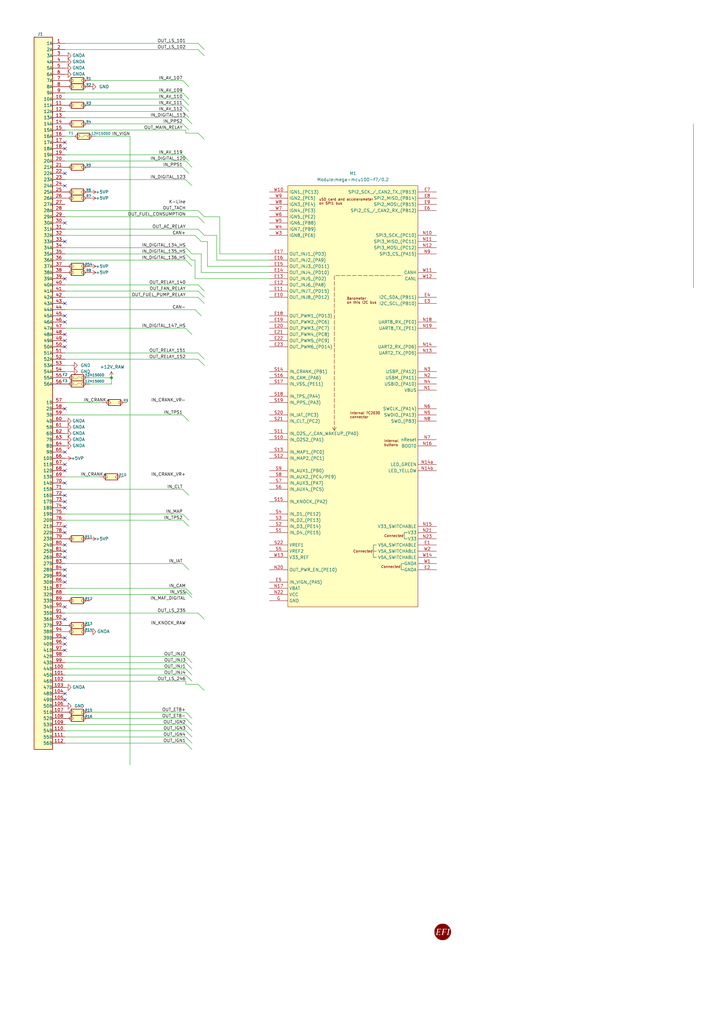
<source format=kicad_sch>
(kicad_sch (version 20231120) (generator "eeschema") (generator_version "8.0")
  (paper "A3" portrait)
  (title_block (title "hellen-112-17") (date "2023-10-01") (rev "B") (company "rusEFI.com") (comment 1 "https://rusefi.com/s/h112-17"))
  (lib_symbols
    (symbol "hellen-one-common:+12V_RAW" (power) (pin_names (offset 0))
      (property "Value" "+12V_RAW" (at 0 3.556 0))
      (symbol "+12V_RAW_0_1"
        (polyline (pts (xy -0.762 1.27) (xy 0 2.54)))
        (polyline (pts (xy 0 0) (xy 0 2.54)))
        (polyline (pts (xy 0 2.54) (xy 0.762 1.27)))
      )
      (symbol "+12V_RAW_1_1"
        (pin power_in line (at 0 0 90) (length 0) hide (name "+12V_RAW") (number "1"))
      )
    )
    (symbol "hellen-one-common:Fuse-Pad-Pad" (pin_numbers hide) (pin_names (offset 0.762) hide)
      (property "Reference" "F" (at 0 2.54 0))
      (symbol "Fuse-Pad-Pad_0_1"
        (circle (center -2.54 0) (radius 0.762))
        (arc (start -1.27 0) (mid -0.635 -0.4563) (end 0 0) (stroke (width 0.0005)))
        (arc (start 1.27 0) (mid 0.635 0.398) (end 0 0) (stroke (width 0.0005)))
        (circle (center 2.54 0) (radius 0.762))
        (pin passive line (at -5.08 0 0) (length 2.54) (name "1") (number "1"))
        (pin passive line (at 5.08 0 180) (length 2.54) (name "2") (number "2"))
      )
      (symbol "Fuse-Pad-Pad_1_0"
        (rectangle (start -2.54 -1.27) (end 2.54 1.27) (stroke (width 0.254)) (fill (type background)))
      )
    )
    (symbol "hellen-one-common:Jumper-Pad-Pad" (pin_numbers hide) (pin_names (offset 0.762) hide)
      (property "Reference" "R" (at 0 2.54 0))
      (symbol "Jumper-Pad-Pad_0_1"
        (circle (center -2.54 0) (radius 0.762))
        (circle (center 2.54 0) (radius 0.762))
        (pin passive line (at -5.08 0 0) (length 2.54) (name "1") (number "1"))
        (pin passive line (at 5.08 0 180) (length 2.54) (name "2") (number "2"))
      )
      (symbol "Jumper-Pad-Pad_1_0"
        (rectangle (start -2.54 -1.27) (end 2.54 1.27) (stroke (width 0.254)) (fill (type background)))
      )
    )
    (symbol "mega-mcu100-f7:Module{colon}mega-mcu100-f7/0.2"
      (property "Reference" "M100" (at 7.62 2.54 0))
      (property "Value" "Module:mega-mcu100-f7/0.2" (at 7.62 -172.72 0))
      (symbol "Module{colon}mega-mcu100-f7/0.2_1_0"
        (polyline (pts (xy 26.67 -97.79) (xy 25.908 -96.52)))
        (polyline (pts (xy 26.67 -97.79) (xy 27.432 -96.52)))
        (polyline (pts (xy 26.67 -97.79) (xy 26.67 -34.29) (xy 54.61 -34.29)) (stroke (width 0) (type dash)))
        (polyline (pts (xy 42.672 -147.32) (xy 43.942 -147.32) (xy 43.942 -147.32) (xy 43.942 -147.32)) (stroke (width 0) (color 7 55 99 1)))
        (polyline (pts (xy 43.942 -144.78) (xy 42.672 -144.78) (xy 42.672 -149.86) (xy 43.942 -149.86)) (stroke (width 0) (color 7 55 99 1)))
        (polyline (pts (xy 55.372 -152.4) (xy 54.102 -152.4) (xy 54.102 -154.94) (xy 55.372 -154.94)) (stroke (width 0) (color 7 55 99 1)))
        (polyline (pts (xy 56.642 -139.7) (xy 55.372 -139.7) (xy 55.372 -142.24) (xy 56.642 -142.24)) (stroke (width 0) (color 7 55 99 1)))
        (rectangle (start 7.62 2.54) (end 60.96 -170.18) (fill (type background)))
        (text "Barometer\non this I2C bus" (at 31.75 -44.45 0) (effects (font (size 1.016 1.016)) (justify left)))
        (text "Connected" (at 34.29 -147.32 0) (effects (font (size 1.016 1.016) (italic yes)) (justify left)))
        (text "Connected" (at 45.72 -153.67 0) (effects (font (size 1.016 1.016) (italic yes)) (justify left)))
        (text "Connected" (at 46.99 -140.97 0) (effects (font (size 1.016 1.016) (italic yes)) (justify left)))
        (text "Internal\nbuttons" (at 46.99 -102.87 0) (effects (font (size 1.016 1.016)) (justify left)))
        (text "Internal TC2030\nconnector" (at 33.02 -91.44 0) (effects (font (size 1.016 1.016)) (justify left)))
        (text "uSD card and accelerometer \non SPI1 bus" (at 20.32 -3.81 0) (effects (font (size 1.016 1.016)) (justify left)))
        (pin passive line (at 68.58 -144.78 180) (length 7.62) (name "V5A_SWITCHABLE") (number "E1"))
        (pin passive line (at 0 -43.18 0) (length 7.62) (name "OUT_INJ8_(PD12)") (number "E10"))
        (pin passive line (at 0 -40.64 0) (length 7.62) (name "OUT_INJ7_(PD15)") (number "E11"))
        (pin passive line (at 0 -38.1 0) (length 7.62) (name "OUT_INJ6_(PA8)") (number "E12"))
        (pin passive line (at 0 -35.56 0) (length 7.62) (name "OUT_INJ5_(PD2)") (number "E13"))
        (pin passive line (at 0 -33.02 0) (length 7.62) (name "OUT_INJ4_(PD10)") (number "E14"))
        (pin passive line (at 0 -30.48 0) (length 7.62) (name "OUT_INJ3_(PD11)") (number "E15"))
        (pin passive line (at 0 -27.94 0) (length 7.62) (name "OUT_INJ2_(PA9)") (number "E16"))
        (pin passive line (at 0 -25.4 0) (length 7.62) (name "OUT_INJ1_(PD3)") (number "E17"))
        (pin passive line (at 0 -50.8 0) (length 7.62) (name "OUT_PWM1_(PD13)") (number "E18"))
        (pin passive line (at 0 -53.34 0) (length 7.62) (name "OUT_PWM2_(PC6)") (number "E19"))
        (pin passive line (at 68.58 -154.94 180) (length 7.62) (name "GNDA") (number "E2"))
        (pin passive line (at 0 -55.88 0) (length 7.62) (name "OUT_PWM3_(PC7)") (number "E20"))
        (pin passive line (at 0 -58.42 0) (length 7.62) (name "OUT_PWM4_(PC8)") (number "E21"))
        (pin passive line (at 0 -60.96 0) (length 7.62) (name "OUT_PWM5_(PC9)") (number "E22"))
        (pin passive line (at 0 -63.5 0) (length 7.62) (name "OUT_PWM6_(PD14)") (number "E23"))
        (pin passive line (at 68.58 -45.72 180) (length 7.62) (name "I2C_SCL_(PB10)") (number "E3"))
        (pin passive line (at 68.58 -43.18 180) (length 7.62) (name "I2C_SDA_(PB11)") (number "E4"))
        (pin passive line (at 0 -160.02 0) (length 7.62) (name "IN_VIGN_(PA5)") (number "E5"))
        (pin passive line (at 68.58 -7.62 180) (length 7.62) (name "SPI2_CS_/_CAN2_RX_(PB12)") (number "E6"))
        (pin passive line (at 68.58 0 180) (length 7.62) (name "SPI2_SCK_/_CAN2_TX_(PB13)") (number "E7"))
        (pin passive line (at 68.58 -2.54 180) (length 7.62) (name "SPI2_MISO_(PB14)") (number "E8"))
        (pin passive line (at 68.58 -5.08 180) (length 7.62) (name "SPI2_MOSI_(PB15)") (number "E9"))
        (pin passive line (at 0 -167.64 0) (length 7.62) (name "GND") (number "G"))
        (pin passive line (at 68.58 -81.28 180) (length 7.62) (name "VBUS") (number "N1"))
        (pin passive line (at 68.58 -17.78 180) (length 7.62) (name "SPI3_SCK_(PC10)") (number "N10"))
        (pin passive line (at 68.58 -20.32 180) (length 7.62) (name "SPI3_MISO_(PC11)") (number "N11"))
        (pin passive line (at 68.58 -22.86 180) (length 7.62) (name "SPI3_MOSI_(PC12)") (number "N12"))
        (pin passive line (at 68.58 -66.04 180) (length 7.62) (name "UART2_TX_(PD5)") (number "N13"))
        (pin passive line (at 68.58 -63.5 180) (length 7.62) (name "UART2_RX_(PD6)") (number "N14"))
        (pin passive line (at 68.58 -111.76 180) (length 7.62) (name "LED_GREEN") (number "N14a"))
        (pin passive line (at 68.58 -114.3 180) (length 7.62) (name "LED_YELLOW") (number "N14b"))
        (pin passive line (at 68.58 -137.16 180) (length 7.62) (name "V33_SWITCHABLE") (number "N15"))
        (pin passive line (at 68.58 -104.14 180) (length 7.62) (name "BOOT0") (number "N16"))
        (pin passive line (at 0 -162.56 0) (length 7.62) (name "VBAT") (number "N17"))
        (pin passive line (at 68.58 -53.34 180) (length 7.62) (name "UART8_RX_(PE0)") (number "N18"))
        (pin passive line (at 68.58 -55.88 180) (length 7.62) (name "UART8_TX_(PE1)") (number "N19"))
        (pin passive line (at 68.58 -76.2 180) (length 7.62) (name "USBM_(PA11)") (number "N2"))
        (pin passive line (at 0 -154.94 0) (length 7.62) (name "OUT_PWR_EN_(PE10)") (number "N20"))
        (pin passive line (at 68.58 -139.7 180) (length 7.62) (name "V33") (number "N21"))
        (pin passive line (at 0 -165.1 0) (length 7.62) (name "VCC") (number "N22"))
        (pin passive line (at 68.58 -142.24 180) (length 7.62) (name "V33") (number "N23"))
        (pin passive line (at 68.58 -73.66 180) (length 7.62) (name "USBP_(PA12)") (number "N3"))
        (pin passive line (at 68.58 -78.74 180) (length 7.62) (name "USBID_(PA10)") (number "N4"))
        (pin passive line (at 68.58 -91.44 180) (length 7.62) (name "SWDIO_(PA13)") (number "N5"))
        (pin passive line (at 68.58 -88.9 180) (length 7.62) (name "SWCLK_(PA14)") (number "N6"))
        (pin passive line (at 68.58 -101.6 180) (length 7.62) (name "nReset") (number "N7"))
        (pin passive line (at 68.58 -93.98 180) (length 7.62) (name "SWO_(PB3)") (number "N8"))
        (pin passive line (at 68.58 -25.4 180) (length 7.62) (name "SPI3_CS_(PA15)") (number "N9"))
        (pin passive line (at 0 -139.7 0) (length 7.62) (name "IN_D4_(PE15)") (number "S1"))
        (pin passive line (at 0 -101.6 0) (length 7.62) (name "IN_O2S2_(PA1)") (number "S10"))
        (pin passive line (at 0 -99.06 0) (length 7.62) (name "IN_O2S_/_CAN_WAKEUP_(PA0)") (number "S11"))
        (pin passive line (at 0 -109.22 0) (length 7.62) (name "IN_MAP2_(PC1)") (number "S12"))
        (pin passive line (at 0 -106.68 0) (length 7.62) (name "IN_MAP1_(PC0)") (number "S13"))
        (pin passive line (at 0 -73.66 0) (length 7.62) (name "IN_CRANK_(PB1)") (number "S14"))
        (pin passive line (at 0 -127 0) (length 7.62) (name "IN_KNOCK_(PA2)") (number "S15"))
        (pin passive line (at 0 -76.2 0) (length 7.62) (name "IN_CAM_(PA6)") (number "S16"))
        (pin passive line (at 0 -78.74 0) (length 7.62) (name "IN_VSS_(PE11)") (number "S17"))
        (pin passive line (at 0 -83.82 0) (length 7.62) (name "IN_TPS_(PA4)") (number "S18"))
        (pin passive line (at 0 -86.36 0) (length 7.62) (name "IN_PPS_(PA3)") (number "S19"))
        (pin passive line (at 0 -137.16 0) (length 7.62) (name "IN_D3_(PE14)") (number "S2"))
        (pin passive line (at 0 -91.44 0) (length 7.62) (name "IN_IAT_(PC3)") (number "S20"))
        (pin passive line (at 0 -93.98 0) (length 7.62) (name "IN_CLT_(PC2)") (number "S21"))
        (pin passive line (at 0 -144.78 0) (length 7.62) (name "VREF1") (number "S22"))
        (pin passive line (at 0 -134.62 0) (length 7.62) (name "IN_D2_(PE13)") (number "S3"))
        (pin passive line (at 0 -132.08 0) (length 7.62) (name "IN_D1_(PE12)") (number "S4"))
        (pin passive line (at 0 -147.32 0) (length 7.62) (name "VREF2") (number "S5"))
        (pin passive line (at 0 -121.92 0) (length 7.62) (name "IN_AUX4_(PC5)") (number "S6"))
        (pin passive line (at 0 -119.38 0) (length 7.62) (name "IN_AUX3_(PA7)") (number "S7"))
        (pin passive line (at 0 -116.84 0) (length 7.62) (name "IN_AUX2_(PC4/PE9)") (number "S8"))
        (pin passive line (at 0 -114.3 0) (length 7.62) (name "IN_AUX1_(PB0)") (number "S9"))
        (pin passive line (at 68.58 -152.4 180) (length 7.62) (name "GNDA") (number "W1"))
        (pin passive line (at 0 0 0) (length 7.62) (name "IGN1_(PC13)") (number "W10"))
        (pin passive line (at 68.58 -33.02 180) (length 7.62) (name "CANH") (number "W11"))
        (pin passive line (at 68.58 -35.56 180) (length 7.62) (name "CANL") (number "W12"))
        (pin passive line (at 0 -149.86 0) (length 7.62) (name "V33_REF") (number "W13"))
        (pin passive line (at 68.58 -149.86 180) (length 7.62) (name "V5A_SWITCHABLE") (number "W14"))
        (pin passive line (at 68.58 -147.32 180) (length 7.62) (name "V5A_SWITCHABLE") (number "W2"))
        (pin passive line (at 0 -17.78 0) (length 7.62) (name "IGN8_(PE6)") (number "W3"))
        (pin passive line (at 0 -15.24 0) (length 7.62) (name "IGN7_(PB9)") (number "W4"))
        (pin passive line (at 0 -12.7 0) (length 7.62) (name "IGN6_(PB8)") (number "W5"))
        (pin passive line (at 0 -10.16 0) (length 7.62) (name "IGN5_(PE2)") (number "W6"))
        (pin passive line (at 0 -7.62 0) (length 7.62) (name "IGN4_(PE3)") (number "W7"))
        (pin passive line (at 0 -5.08 0) (length 7.62) (name "IGN3_(PE4)") (number "W8"))
        (pin passive line (at 0 -2.54 0) (length 7.62) (name "IGN2_(PE5)") (number "W9"))
      )
    )
    (symbol "power:+5VP" (power) (pin_names (offset 0))
      (property "Value" "+5VP" (at 0 3.556 0))
      (symbol "+5VP_0_1"
        (polyline (pts (xy -0.762 1.27) (xy 0 2.54)))
        (polyline (pts (xy 0 0) (xy 0 2.54)))
        (polyline (pts (xy 0 2.54) (xy 0.762 1.27)))
      )
      (symbol "+5VP_1_1"
        (pin power_in line (at 0 0 90) (length 0) hide (name "+5VP") (number "1"))
      )
    )
    (symbol "power:GND" (power) (pin_names (offset 0))
      (property "Value" "GND" (at 0 -3.81 0))
      (symbol "GND_0_1"
        (polyline (pts (xy 0 0) (xy 0 -1.27) (xy 1.27 -1.27) (xy 0 -2.54) (xy -1.27 -1.27) (xy 0 -1.27)))
      )
      (symbol "GND_1_1"
        (pin power_in line (at 0 0 270) (length 0) hide (name "GND") (number "1"))
      )
    )
    (symbol "power:GNDA" (power) (pin_names (offset 0))
      (property "Value" "GNDA" (at 0 -3.81 0))
      (symbol "GNDA_0_1"
        (polyline (pts (xy 0 0) (xy 0 -1.27) (xy 1.27 -1.27) (xy 0 -2.54) (xy -1.27 -1.27) (xy 0 -1.27)))
      )
      (symbol "GNDA_1_1"
        (pin power_in line (at 0 0 270) (length 0) hide (name "GNDA") (number "1"))
      )
    )
    (symbol "rusefi_2x56_pin_connector:rusefi_2x56_pin_conn" (pin_names (offset 0.002))
      (property "Reference" "J" (at 6.35 3.81 0))
      (property "Value" "rusefi_2x56_pin_conn" (at 10.16 -290.83 0))
      (symbol "rusefi_2x56_pin_conn_1_1"
        (rectangle (start 5.08 2.54) (end 12.7 -289.56) (stroke (width 0.254)) (fill (type background)))
        (pin passive line (at 0 0 0) (length 5.08) (name "1A") (number "1"))
        (pin passive line (at 0 -22.86 0) (length 5.08) (name "10A") (number "10"))
        (pin input line (at 0 -256.54 0) (length 5.08) (name "44B") (number "100"))
        (pin input line (at 0 -259.08 0) (length 5.08) (name "45B") (number "101"))
        (pin input line (at 0 -261.62 0) (length 5.08) (name "46B") (number "102"))
        (pin input line (at 0 -264.16 0) (length 5.08) (name "47B") (number "103"))
        (pin input line (at 0 -266.7 0) (length 5.08) (name "48B") (number "104"))
        (pin input line (at 0 -269.24 0) (length 5.08) (name "49B") (number "105"))
        (pin input line (at 0 -271.78 0) (length 5.08) (name "50B") (number "106"))
        (pin input line (at 0 -274.32 0) (length 5.08) (name "51B") (number "107"))
        (pin input line (at 0 -276.86 0) (length 5.08) (name "52B") (number "108"))
        (pin input line (at 0 -279.4 0) (length 5.08) (name "53B") (number "109"))
        (pin passive line (at 0 -25.4 0) (length 5.08) (name "11A") (number "11"))
        (pin input line (at 0 -281.94 0) (length 5.08) (name "54B") (number "110"))
        (pin input line (at 0 -284.48 0) (length 5.08) (name "55B") (number "111"))
        (pin input line (at 0 -287.02 0) (length 5.08) (name "56B") (number "112"))
        (pin passive line (at 0 -27.94 0) (length 5.08) (name "12A") (number "12"))
        (pin passive line (at 0 -30.48 0) (length 5.08) (name "13A") (number "13"))
        (pin passive line (at 0 -33.02 0) (length 5.08) (name "14A") (number "14"))
        (pin passive line (at 0 -35.56 0) (length 5.08) (name "15A") (number "15"))
        (pin passive line (at 0 -38.1 0) (length 5.08) (name "16A") (number "16"))
        (pin passive line (at 0 -40.64 0) (length 5.08) (name "17A") (number "17"))
        (pin passive line (at 0 -43.18 0) (length 5.08) (name "18A") (number "18"))
        (pin passive line (at 0 -45.72 0) (length 5.08) (name "19A") (number "19"))
        (pin passive line (at 0 -2.54 0) (length 5.08) (name "2A") (number "2"))
        (pin passive line (at 0 -48.26 0) (length 5.08) (name "20A") (number "20"))
        (pin passive line (at 0 -50.8 0) (length 5.08) (name "21A") (number "21"))
        (pin passive line (at 0 -53.34 0) (length 5.08) (name "22A") (number "22"))
        (pin passive line (at 0 -55.88 0) (length 5.08) (name "23A") (number "23"))
        (pin passive line (at 0 -58.42 0) (length 5.08) (name "24A") (number "24"))
        (pin passive line (at 0 -60.96 0) (length 5.08) (name "25A") (number "25"))
        (pin passive line (at 0 -63.5 0) (length 5.08) (name "26A") (number "26"))
        (pin passive line (at 0 -66.04 0) (length 5.08) (name "27A") (number "27"))
        (pin passive line (at 0 -68.58 0) (length 5.08) (name "28A") (number "28"))
        (pin passive line (at 0 -71.12 0) (length 5.08) (name "29A") (number "29"))
        (pin passive line (at 0 -5.08 0) (length 5.08) (name "3A") (number "3"))
        (pin passive line (at 0 -73.66 0) (length 5.08) (name "30A") (number "30"))
        (pin passive line (at 0 -76.2 0) (length 5.08) (name "31A") (number "31"))
        (pin passive line (at 0 -78.74 0) (length 5.08) (name "32A") (number "32"))
        (pin passive line (at 0 -81.28 0) (length 5.08) (name "33A") (number "33"))
        (pin passive line (at 0 -83.82 0) (length 5.08) (name "34A") (number "34"))
        (pin passive line (at 0 -86.36 0) (length 5.08) (name "35A") (number "35"))
        (pin passive line (at 0 -88.9 0) (length 5.08) (name "36A") (number "36"))
        (pin passive line (at 0 -91.44 0) (length 5.08) (name "37A") (number "37"))
        (pin passive line (at 0 -93.98 0) (length 5.08) (name "38A") (number "38"))
        (pin passive line (at 0 -96.52 0) (length 5.08) (name "39A") (number "39"))
        (pin passive line (at 0 -7.62 0) (length 5.08) (name "4A") (number "4"))
        (pin passive line (at 0 -99.06 0) (length 5.08) (name "40A") (number "40"))
        (pin passive line (at 0 -101.6 0) (length 5.08) (name "41A") (number "41"))
        (pin passive line (at 0 -104.14 0) (length 5.08) (name "42A") (number "42"))
        (pin passive line (at 0 -106.68 0) (length 5.08) (name "43A") (number "43"))
        (pin passive line (at 0 -109.22 0) (length 5.08) (name "44A") (number "44"))
        (pin passive line (at 0 -111.76 0) (length 5.08) (name "45A") (number "45"))
        (pin passive line (at 0 -114.3 0) (length 5.08) (name "46A") (number "46"))
        (pin passive line (at 0 -116.84 0) (length 5.08) (name "47A") (number "47"))
        (pin passive line (at 0 -119.38 0) (length 5.08) (name "48A") (number "48"))
        (pin passive line (at 0 -121.92 0) (length 5.08) (name "49A") (number "49"))
        (pin passive line (at 0 -10.16 0) (length 5.08) (name "5A") (number "5"))
        (pin passive line (at 0 -124.46 0) (length 5.08) (name "50A") (number "50"))
        (pin passive line (at 0 -127 0) (length 5.08) (name "51A") (number "51"))
        (pin passive line (at 0 -129.54 0) (length 5.08) (name "52A") (number "52"))
        (pin passive line (at 0 -132.08 0) (length 5.08) (name "53A") (number "53"))
        (pin passive line (at 0 -134.62 0) (length 5.08) (name "54A") (number "54"))
        (pin passive line (at 0 -137.16 0) (length 5.08) (name "55A") (number "55"))
        (pin passive line (at 0 -139.7 0) (length 5.08) (name "56A") (number "56"))
        (pin input line (at 0 -147.32 0) (length 5.08) (name "1B") (number "57"))
        (pin input line (at 0 -149.86 0) (length 5.08) (name "2B") (number "58"))
        (pin input line (at 0 -152.4 0) (length 5.08) (name "3B") (number "59"))
        (pin passive line (at 0 -12.7 0) (length 5.08) (name "6A") (number "6"))
        (pin input line (at 0 -154.94 0) (length 5.08) (name "4B") (number "60"))
        (pin input line (at 0 -157.48 0) (length 5.08) (name "5B") (number "61"))
        (pin input line (at 0 -160.02 0) (length 5.08) (name "6B") (number "62"))
        (pin input line (at 0 -162.56 0) (length 5.08) (name "7B") (number "63"))
        (pin input line (at 0 -165.1 0) (length 5.08) (name "8B") (number "64"))
        (pin input line (at 0 -167.64 0) (length 5.08) (name "9B") (number "65"))
        (pin input line (at 0 -170.18 0) (length 5.08) (name "10B") (number "66"))
        (pin input line (at 0 -172.72 0) (length 5.08) (name "11B") (number "67"))
        (pin input line (at 0 -175.26 0) (length 5.08) (name "12B") (number "68"))
        (pin input line (at 0 -177.8 0) (length 5.08) (name "13B") (number "69"))
        (pin passive line (at 0 -15.24 0) (length 5.08) (name "7A") (number "7"))
        (pin input line (at 0 -180.34 0) (length 5.08) (name "14B") (number "70"))
        (pin input line (at 0 -182.88 0) (length 5.08) (name "15B") (number "71"))
        (pin input line (at 0 -185.42 0) (length 5.08) (name "16B") (number "72"))
        (pin input line (at 0 -187.96 0) (length 5.08) (name "17B") (number "73"))
        (pin input line (at 0 -190.5 0) (length 5.08) (name "18B") (number "74"))
        (pin input line (at 0 -193.04 0) (length 5.08) (name "19B") (number "75"))
        (pin input line (at 0 -195.58 0) (length 5.08) (name "20B") (number "76"))
        (pin input line (at 0 -198.12 0) (length 5.08) (name "21B") (number "77"))
        (pin input line (at 0 -200.66 0) (length 5.08) (name "22B") (number "78"))
        (pin input line (at 0 -203.2 0) (length 5.08) (name "23B") (number "79"))
        (pin passive line (at 0 -17.78 0) (length 5.08) (name "8A") (number "8"))
        (pin input line (at 0 -205.74 0) (length 5.08) (name "24B") (number "80"))
        (pin input line (at 0 -208.28 0) (length 5.08) (name "25B") (number "81"))
        (pin input line (at 0 -210.82 0) (length 5.08) (name "26B") (number "82"))
        (pin input line (at 0 -213.36 0) (length 5.08) (name "27B") (number "83"))
        (pin input line (at 0 -215.9 0) (length 5.08) (name "28B") (number "84"))
        (pin input line (at 0 -218.44 0) (length 5.08) (name "29B") (number "85"))
        (pin input line (at 0 -220.98 0) (length 5.08) (name "30B") (number "86"))
        (pin input line (at 0 -223.52 0) (length 5.08) (name "31B") (number "87"))
        (pin input line (at 0 -226.06 0) (length 5.08) (name "32B") (number "88"))
        (pin input line (at 0 -228.6 0) (length 5.08) (name "33B") (number "89"))
        (pin passive line (at 0 -20.32 0) (length 5.08) (name "9A") (number "9"))
        (pin input line (at 0 -231.14 0) (length 5.08) (name "34B") (number "90"))
        (pin input line (at 0 -233.68 0) (length 5.08) (name "35B") (number "91"))
        (pin input line (at 0 -236.22 0) (length 5.08) (name "36B") (number "92"))
        (pin input line (at 0 -238.76 0) (length 5.08) (name "37B") (number "93"))
        (pin input line (at 0 -241.3 0) (length 5.08) (name "38B") (number "94"))
        (pin input line (at 0 -243.84 0) (length 5.08) (name "39B") (number "95"))
        (pin input line (at 0 -246.38 0) (length 5.08) (name "40B") (number "96"))
        (pin input line (at 0 -248.92 0) (length 5.08) (name "41B") (number "97"))
        (pin input line (at 0 -251.46 0) (length 5.08) (name "42B") (number "98"))
        (pin input line (at 0 -254 0) (length 5.08) (name "43B") (number "99"))
      )
    )
    (symbol "rusefi_logo:RUSEFI_LOGO" (pin_names (offset 1.016))
      (symbol "RUSEFI_LOGO_0_0"
        (polyline (pts (xy 3.3528 0.4064) (xy 3.3274 0.5334) (xy 3.2766 0.8636) (xy 3.2004 1.0922) (xy 3.1242 1.2192) (xy 3.048 1.2192) (xy 3.0226 1.1938) (xy 2.8702 1.0922) (xy 2.8448 1.0668) (xy 2.7686 0.889) (xy 2.667 0.5588) (xy 2.5654 0.0762) (xy 2.5146 -0.1778) (xy 2.4384 -0.5588) (xy 2.3876 -0.8128) (xy 2.3876 -0.9906) (xy 2.3876 -1.0668) (xy 2.4384 -1.0922) (xy 2.4892 -1.0922) (xy 2.54 -1.1176) (xy 2.6162 -1.1938) (xy 2.5654 -1.2192) (xy 2.3876 -1.2446) (xy 2.1082 -1.27) (xy 2.0066 -1.27) (xy 1.7526 -1.2446) (xy 1.6256 -1.1938) (xy 1.6002 -1.143) (xy 1.7526 -1.0668) (xy 1.778 -1.0668) (xy 1.8542 -1.016) (xy 1.905 -0.8636) (xy 1.9812 -0.6096) (xy 2.0574 -0.2032) (xy 2.1082 0.0254) (xy 2.159 0.381) (xy 2.2098 0.6858) (xy 2.2606 0.8636) (xy 2.2606 0.9144) (xy 2.2606 1.0668) (xy 2.159 1.1176) (xy 2.1082 1.1176) (xy 2.0828 1.2446) (xy 2.1336 1.2954) (xy 2.3114 1.3462) (xy 2.6416 1.3462) (xy 3.1496 1.3462) (xy 2.9464 1.6764) (xy 2.8956 1.778) (xy 2.4638 2.286) (xy 1.9812 2.7432) (xy 1.7526 2.8956) (xy 1.7526 1.3462) (xy 1.7018 1.0922) (xy 1.651 0.9144) (xy 1.5494 0.8382) (xy 1.4986 0.8636) (xy 1.4986 0.9906) (xy 1.4986 1.016) (xy 1.4732 1.0668) (xy 1.3462 1.0922) (xy 1.0668 1.0922) (xy 0.8636 1.0922) (xy 0.6604 1.0668) (xy 0.5588 1.0414) (xy 0.5334 0.9906) (xy 0.508 0.7874) (xy 0.4572 0.5334) (xy 0.4064 0.0762) (xy 0.6858 0.0762) (xy 0.7112 0.1016) (xy 0.9398 0.127) (xy 1.0668 0.1778) (xy 1.1684 0.254) (xy 1.2192 0.2032) (xy 1.1938 -0.0254) (xy 1.1684 -0.127) (xy 1.0668 -0.2286) (xy 0.9652 -0.254) (xy 0.9398 -0.1778) (xy 0.9144 -0.127) (xy 0.762 -0.0762) (xy 0.5842 -0.0762) (xy 0.4064 -0.127) (xy 0.3048 -0.2032) (xy 0.3048 -0.254) (xy 0.254 -0.4318) (xy 0.2032 -0.7112) (xy 0.2032 -0.7366) (xy 0.1778 -0.9652) (xy 0.2032 -1.0668) (xy 0.2794 -1.0922) (xy 0.3556 -1.1176) (xy 0.4318 -1.1938) (xy 0.3556 -1.2192) (xy 0.1778 -1.2446) (xy -0.0762 -1.27) (xy -0.3302 -1.2446) (xy -0.508 -1.2192) (xy -0.5842 -1.1938) (xy -0.5842 -1.143) (xy -0.4572 -1.0922) (xy -0.4064 -1.0922) (xy -0.3302 -1.0668) (xy -0.3302 -0.9652) (xy -0.2794 -0.7366) (xy -0.2032 -0.381) (xy -0.127 0) (xy -0.0508 0.4572) (xy 0.0254 0.762) (xy 0.0508 0.9652) (xy 0.0762 1.0668) (xy 0.0508 1.0922) (xy 0 1.1176) (xy -0.0508 1.0922) (xy -0.1016 1.1176) (xy -0.1778 1.2192) (xy -0.1524 1.27) (xy -0.0762 1.3208) (xy 0.0762 1.3462) (xy 0.3556 1.3462) (xy 0.7874 1.3462) (xy 1.7526 1.3462) (xy 1.7526 2.8956) (xy 1.4478 3.0734) (xy 1.3462 3.1242) (xy 1.1176 3.2258) (xy 0.9144 3.302) (xy 0.6858 3.3274) (xy 0.381 3.3528) (xy -0.0508 3.3528) (xy -0.1016 3.3528) (xy -0.508 3.3528) (xy -0.5334 3.3528) (xy -0.5334 1.3462) (xy -0.5842 1.0922) (xy -0.635 0.9144) (xy -0.7366 0.8382) (xy -0.7874 0.8636) (xy -0.7874 0.9652) (xy -0.7874 1.016) (xy -0.8128 1.0668) (xy -0.9652 1.0922) (xy -1.2446 1.0922) (xy -1.7526 1.1176) (xy -1.8288 0.635) (xy -1.9304 0.1778) (xy -1.6002 0.1778) (xy -1.524 0.1778) (xy -1.3462 0.2032) (xy -1.27 0.254) (xy -1.27 0.3048) (xy -1.1684 0.3302) (xy -1.143 0.3302) (xy -1.0668 0.2794) (xy -1.0922 0.0762) (xy -1.1684 -0.1016) (xy -1.2446 -0.2286) (xy -1.3208 -0.254) (xy -1.3462 -0.1778) (xy -1.3716 -0.1524) (xy -1.4732 -0.1016) (xy -1.7018 -0.0762) (xy -2.032 -0.0762) (xy -2.0828 -0.5588) (xy -2.1082 -0.7366) (xy -2.1082 -0.9652) (xy -2.0828 -1.0668) (xy -2.0574 -1.0922) (xy -1.905 -1.0922) (xy -1.6764 -1.0668) (xy -1.4478 -1.016) (xy -1.27 -0.9398) (xy -1.1938 -0.889) (xy -1.1684 -0.8128) (xy -1.0668 -0.762) (xy -0.9652 -0.8128) (xy -0.9398 -1.016) (xy -0.9398 -1.27) (xy -1.9558 -1.27) (xy -2.286 -1.27) (xy -2.6416 -1.2446) (xy -2.8702 -1.2192) (xy -2.921 -1.1938) (xy -2.8956 -1.143) (xy -2.7686 -1.0922) (xy -2.7432 -1.0922) (xy -2.667 -0.9398) (xy -2.5654 -0.6096) (xy -2.4638 -0.1524) (xy -2.3876 0.2032) (xy -2.3368 0.5588) (xy -2.2606 0.8128) (xy -2.2352 0.9652) (xy -2.2352 1.0414) (xy -2.3368 1.0922) (xy -2.3876 1.1176) (xy -2.4638 1.2192) (xy -2.4384 1.27) (xy -2.3622 1.3208) (xy -2.2098 1.3462) (xy -1.9304 1.3462) (xy -1.4986 1.3462) (xy -0.5334 1.3462) (xy -0.5334 3.3528) (xy -0.8128 3.3274) (xy -1.0414 3.2766) (xy -1.2446 3.2004) (xy -1.4732 3.0988) (xy -1.8034 2.921) (xy -2.3114 2.4892) (xy -2.7686 2.0066) (xy -3.0988 1.4732) (xy -3.1242 1.4478) (xy -3.2258 1.2192) (xy -3.302 1.016) (xy -3.3274 0.7874) (xy -3.3528 0.4826) (xy -3.3528 0.0508) (xy -3.3528 0) (xy -3.3528 -0.4064) (xy -3.3274 -0.7112) (xy -3.2766 -0.9144) (xy -3.2258 -1.1176) (xy -3.1242 -1.3462) (xy -2.8194 -1.8288) (xy -2.3368 -2.413) (xy -1.7272 -2.8702) (xy -1.0668 -3.1496) (xy -0.9398 -3.2004) (xy -0.4826 -3.2766) (xy 0.127 -3.2766) (xy 0.6858 -3.2258) (xy 1.27 -3.0734) (xy 1.8034 -2.794) (xy 2.3114 -2.3622) (xy 2.4638 -2.2098) (xy 2.8956 -1.651) (xy 3.2004 -0.9906) (xy 3.3528 -0.3048) (xy 3.3528 0.4064) (xy 3.3528 0.4064)) (stroke (width 0.0254)) (fill (type outline)))
      )
    )
  )
  (junction (at 45.72 154.94))
  (no_connect (at 26.67 139.7))
  (no_connect (at 26.67 215.9))
  (no_connect (at 26.67 238.76))
  (no_connect (at 26.67 193.04))
  (no_connect (at 26.67 185.42))
  (no_connect (at 26.67 99.06))
  (no_connect (at 26.67 218.44))
  (no_connect (at 26.67 198.12))
  (no_connect (at 26.67 167.64))
  (no_connect (at 26.67 190.5))
  (no_connect (at 26.67 60.96))
  (no_connect (at 26.67 233.68))
  (no_connect (at 26.67 266.7))
  (no_connect (at 26.67 124.46))
  (no_connect (at 26.67 114.3))
  (no_connect (at 26.67 264.16))
  (no_connect (at 26.67 129.54))
  (no_connect (at 26.67 254))
  (no_connect (at 26.67 142.24))
  (no_connect (at 26.67 287.02))
  (no_connect (at 26.67 76.2))
  (no_connect (at 26.67 226.06))
  (no_connect (at 26.67 203.2))
  (no_connect (at 26.67 58.42))
  (no_connect (at 26.67 205.74))
  (no_connect (at 26.67 208.28))
  (no_connect (at 26.67 228.6))
  (no_connect (at 26.67 284.48))
  (no_connect (at 26.67 91.44))
  (no_connect (at 26.67 261.62))
  (no_connect (at 26.67 71.12))
  (no_connect (at 26.67 223.52))
  (no_connect (at 26.67 137.16))
  (no_connect (at 26.67 248.92))
  (no_connect (at 26.67 132.08))
  (no_connect (at 26.67 236.22))
  (bus_entry (at 76.2 66.04) (size 2.54 2.54))
  (bus_entry (at 76.2 276.86) (size 2.54 2.54))
  (bus_entry (at 81.28 88.9) (size 2.54 2.54))
  (bus_entry (at 76.2 302.26) (size 2.54 2.54))
  (bus_entry (at 74.93 33.02) (size 2.54 2.54))
  (bus_entry (at 80.01 96.52) (size 2.54 2.54))
  (bus_entry (at 81.28 144.78) (size 2.54 2.54))
  (bus_entry (at 74.93 45.72) (size 2.54 2.54))
  (bus_entry (at 81.28 93.98) (size 2.54 2.54))
  (bus_entry (at 81.28 121.92) (size 2.54 2.54))
  (bus_entry (at 76.2 269.24) (size 2.54 2.54))
  (bus_entry (at 74.93 210.82) (size 2.54 2.54))
  (bus_entry (at 74.93 200.66) (size 2.54 2.54))
  (bus_entry (at 81.28 119.38) (size 2.54 2.54))
  (bus_entry (at 74.93 38.1) (size 2.54 2.54))
  (bus_entry (at 80.01 127) (size 2.54 2.54))
  (bus_entry (at 74.93 40.64) (size 2.54 2.54))
  (bus_entry (at 74.93 63.5) (size 2.54 2.54))
  (bus_entry (at 74.93 68.58) (size 2.54 2.54))
  (bus_entry (at 76.2 292.1) (size 2.54 2.54))
  (bus_entry (at 81.28 280.67) (size 2.54 2.54))
  (bus_entry (at 76.2 106.68) (size 2.54 2.54))
  (bus_entry (at 76.2 73.66) (size 2.54 2.54))
  (bus_entry (at 76.2 104.14) (size 2.54 2.54))
  (bus_entry (at 74.93 43.18) (size 2.54 2.54))
  (bus_entry (at 81.28 116.84) (size 2.54 2.54))
  (bus_entry (at 76.2 242.57) (size 2.54 2.54))
  (bus_entry (at 76.2 299.72) (size 2.54 2.54))
  (bus_entry (at 76.2 48.26) (size 2.54 2.54))
  (bus_entry (at 76.2 271.78) (size 2.54 2.54))
  (bus_entry (at 76.2 304.8) (size 2.54 2.54))
  (bus_entry (at 74.93 213.36) (size 2.54 2.54))
  (bus_entry (at 76.2 134.62) (size 2.54 2.54))
  (bus_entry (at 81.28 86.36) (size 2.54 2.54))
  (bus_entry (at 76.2 297.18) (size 2.54 2.54))
  (bus_entry (at 81.28 20.32) (size 2.54 2.54))
  (bus_entry (at 76.2 101.6) (size 2.54 2.54))
  (bus_entry (at 76.2 294.64) (size 2.54 2.54))
  (bus_entry (at 81.28 147.32) (size 2.54 2.54))
  (bus_entry (at 81.28 251.46) (size 2.54 2.54))
  (bus_entry (at 81.28 54.61) (size 2.54 2.54))
  (bus_entry (at 76.2 241.3) (size 2.54 2.54))
  (bus_entry (at 74.93 231.14) (size 2.54 2.54))
  (bus_entry (at 76.2 274.32) (size 2.54 2.54))
  (bus_entry (at 81.28 17.78) (size 2.54 2.54))
  (bus_entry (at 74.93 50.8) (size 2.54 2.54))
  (bus_entry (at 74.93 170.18) (size 2.54 2.54))
  (wire (pts (xy 26.67 302.26) (xy 76.2 302.26)))
  (wire (pts (xy 74.93 33.02) (xy 36.83 33.02)))
  (wire (pts (xy 26.67 269.24) (xy 76.2 269.24)))
  (wire (pts (xy 90.17 88.9) (xy 83.82 88.9)))
  (wire (pts (xy 26.67 121.92) (xy 81.28 121.92)))
  (wire (pts (xy 110.49 114.3) (xy 80.01 114.3)))
  (wire (pts (xy 26.67 213.36) (xy 74.93 213.36)))
  (wire (pts (xy 26.67 147.32) (xy 81.28 147.32)))
  (wire (pts (xy 26.67 38.1) (xy 74.93 38.1)))
  (wire (pts (xy 26.67 271.78) (xy 76.2 271.78)))
  (wire (pts (xy 26.67 86.36) (xy 81.28 86.36)))
  (wire (pts (xy 110.49 109.22) (xy 85.09 109.22)))
  (wire (pts (xy 74.93 50.8) (xy 36.83 50.8)))
  (wire (pts (xy 26.67 96.52) (xy 80.01 96.52)))
  (wire (pts (xy 39.37 55.88) (xy 53.34 55.88)))
  (wire (pts (xy 36.83 157.48) (xy 45.72 157.48)))
  (wire (pts (xy 26.67 45.72) (xy 74.93 45.72)))
  (wire (pts (xy 36.83 294.64) (xy 76.2 294.64)))
  (wire (pts (xy 36.83 292.1) (xy 76.2 292.1)))
  (wire (pts (xy 284.48 50.8) (xy 284.48 118.11)))
  (wire (pts (xy 88.9 106.68) (xy 88.9 96.52)))
  (wire (pts (xy 26.67 48.26) (xy 76.2 48.26)))
  (wire (pts (xy 26.67 210.82) (xy 74.93 210.82)))
  (wire (pts (xy 26.67 152.4) (xy 29.21 152.4)))
  (wire (pts (xy 26.67 73.66) (xy 76.2 73.66)))
  (wire (pts (xy 26.67 200.66) (xy 74.93 200.66)))
  (wire (pts (xy 26.67 106.68) (xy 76.2 106.68)))
  (wire (pts (xy 26.67 241.3) (xy 76.2 241.3)))
  (wire (pts (xy 76.2 280.67) (xy 81.28 280.67)))
  (wire (pts (xy 82.55 111.76) (xy 82.55 104.14)))
  (wire (pts (xy 26.67 297.18) (xy 76.2 297.18)))
  (wire (pts (xy 26.67 53.34) (xy 76.2 53.34)))
  (wire (pts (xy 26.67 195.58) (xy 40.64 195.58)))
  (wire (pts (xy 26.67 170.18) (xy 74.93 170.18)))
  (wire (pts (xy 26.67 119.38) (xy 81.28 119.38)))
  (wire (pts (xy 76.2 53.34) (xy 76.2 54.61)))
  (wire (pts (xy 26.67 134.62) (xy 76.2 134.62)))
  (wire (pts (xy 26.67 144.78) (xy 81.28 144.78)))
  (wire (pts (xy 26.67 63.5) (xy 74.93 63.5)))
  (wire (pts (xy 85.09 99.06) (xy 82.55 99.06)))
  (wire (pts (xy 26.67 299.72) (xy 76.2 299.72)))
  (wire (pts (xy 26.67 55.88) (xy 29.21 55.88)))
  (wire (pts (xy 90.17 104.14) (xy 90.17 88.9)))
  (wire (pts (xy 26.67 66.04) (xy 76.2 66.04)))
  (wire (pts (xy 26.67 101.6) (xy 76.2 101.6)))
  (wire (pts (xy 26.67 276.86) (xy 76.2 276.86)))
  (wire (pts (xy 26.67 93.98) (xy 81.28 93.98)))
  (wire (pts (xy 74.93 68.58) (xy 36.83 68.58)))
  (wire (pts (xy 36.83 154.94) (xy 45.72 154.94)))
  (wire (pts (xy 88.9 96.52) (xy 83.82 96.52)))
  (wire (pts (xy 110.49 111.76) (xy 82.55 111.76)))
  (wire (pts (xy 80.01 106.68) (xy 78.74 106.68)))
  (wire (pts (xy 26.67 116.84) (xy 81.28 116.84)))
  (wire (pts (xy 26.67 274.32) (xy 76.2 274.32)))
  (wire (pts (xy 110.49 106.68) (xy 88.9 106.68)))
  (wire (pts (xy 26.67 104.14) (xy 76.2 104.14)))
  (wire (pts (xy 76.2 54.61) (xy 81.28 54.61)))
  (wire (pts (xy 80.01 114.3) (xy 80.01 106.68)))
  (wire (pts (xy 82.55 104.14) (xy 78.74 104.14)))
  (wire (pts (xy 26.67 231.14) (xy 74.93 231.14)))
  (wire (pts (xy 26.67 20.32) (xy 81.28 20.32)))
  (wire (pts (xy 26.67 17.78) (xy 81.28 17.78)))
  (wire (pts (xy 26.67 40.64) (xy 74.93 40.64)))
  (wire (pts (xy 26.67 88.9) (xy 81.28 88.9)))
  (wire (pts (xy 26.67 127) (xy 80.01 127)))
  (wire (pts (xy 76.2 280.67) (xy 76.2 279.4)))
  (wire (pts (xy 26.67 165.1) (xy 41.91 165.1)))
  (wire (pts (xy 26.67 149.86) (xy 29.21 149.86)))
  (wire (pts (xy 45.72 154.94) (xy 45.72 157.48)))
  (wire (pts (xy 85.09 109.22) (xy 85.09 99.06)))
  (wire (pts (xy 76.2 242.57) (xy 76.2 243.84)))
  (wire (pts (xy 26.67 243.84) (xy 76.2 243.84)))
  (wire (pts (xy 26.67 279.4) (xy 76.2 279.4)))
  (wire (pts (xy 74.93 43.18) (xy 36.83 43.18)))
  (wire (pts (xy 26.67 251.46) (xy 81.28 251.46)))
  (wire (pts (xy 110.49 104.14) (xy 90.17 104.14)))
  (wire (pts (xy 53.34 55.88) (xy 53.34 313.69)))
  (wire (pts (xy 26.67 304.8) (xy 76.2 304.8)))
  (label "IN_AV_111" (at 74.93 43.18 180))
  (label "OUT_AC_RELAY" (at 76.2 93.98 180))
  (label "K-Line" (at 76.2 83.82 180))
  (label "IN_AV_107" (at 74.93 33.02 180))
  (label "OUT_FUEL_PUMP_RELAY" (at 76.2 121.92 180))
  (label "IN_DIGITAL_147_HS" (at 76.2 134.62 180))
  (label "IN_PPS1" (at 74.93 68.58 180))
  (label "OUT_INJ3" (at 76.2 271.78 180))
  (label "OUT_RELAY_151" (at 76.2 144.78 180))
  (label "IN_VSS" (at 76.2 243.84 180))
  (label "IN_CRANK_VR+" (at 76.2 195.58 180))
  (label "IN_CRANK_VR-" (at 76.2 165.1 180))
  (label "IN_AV_119" (at 74.93 63.5 180))
  (label "IN_MAF_DIGITAL" (at 76.2 246.38 180))
  (label "IN_AV_110" (at 74.93 40.64 180))
  (label "IN_CLT" (at 74.93 200.66 180))
  (label "OUT_IGN3" (at 76.2 299.72 180))
  (label "CAN+" (at 76.2 96.52 180))
  (label "OUT_FUEL_CONSUMPTION" (at 76.2 88.9 180))
  (label "OUT_ETB-" (at 76.2 294.64 180))
  (label "IN_AV_112" (at 74.93 45.72 180))
  (label "IN_DIGITAL_134_HS" (at 76.2 101.6 180))
  (label "IN_KNOCK_RAW" (at 76.2 256.54 180))
  (label "OUT_FAN_RELAY" (at 76.2 119.38 180))
  (label "OUT_LS_235" (at 76.2 251.46 180))
  (label "OUT_LS_246" (at 76.2 279.4 180))
  (label "OUT_IGN2" (at 76.2 297.18 180))
  (label "IN_CRANK-" (at 34.29 165.1 0))
  (label "OUT_INJ4" (at 76.2 276.86 180))
  (label "OUT_MAIN_RELAY" (at 74.93 53.34 180))
  (label "OUT_TACH" (at 76.2 86.36 180))
  (label "IN_DIGITAL_136_HS" (at 76.2 106.68 180))
  (label "OUT_LS_101" (at 76.2 17.78 180))
  (label "OUT_IGN1" (at 76.2 304.8 180))
  (label "CAN-" (at 76.2 127 180))
  (label "IN_TPS2" (at 74.93 213.36 180))
  (label "OUT_LS_102" (at 76.2 20.32 180))
  (label "IN_PPS2" (at 74.93 50.8 180))
  (label "IN_VIGN" (at 53.34 55.88 180))
  (label "OUT_IGN4" (at 76.2 302.26 180))
  (label "OUT_INJ2" (at 76.2 269.24 180))
  (label "IN_CRANK+" (at 33.02 195.58 0))
  (label "IN_CAM" (at 76.2 241.3 180))
  (label "OUT_INJ1" (at 76.2 274.32 180))
  (label "IN_AV_109" (at 74.93 38.1 180))
  (label "IN_MAP" (at 74.93 210.82 180))
  (label "IN_DIGITAL_123" (at 76.2 73.66 180))
  (label "OUT_RELAY_140" (at 76.2 116.84 180))
  (label "IN_TPS1" (at 74.93 170.18 180))
  (label "IN_DIGITAL_113" (at 76.2 48.26 180))
  (label "OUT_ETB+" (at 76.2 292.1 180))
  (label "IN_IAT" (at 74.93 231.14 180))
  (label "OUT_RELAY_152" (at 76.2 147.32 180))
  (label "IN_DIGITAL_135_HS" (at 76.2 104.14 180))
  (label "IN_DIGITAL_120" (at 76.2 66.04 180))
  (symbol (lib_id "hellen-one-common:Jumper-Pad-Pad") (at 31.75 111.76 0) (unit 1)
    (property "Reference" "R8" (at 36.3801 110.9291 0) (effects (font (size 1.016 1.016))))
    (property "Value" "Jumper-Pad-Pad" (effects (hide yes)))
    (property "Footprint" "hellen-one-common:PAD-0805-PAD" (effects (hide yes)))
    (property "LCSC" "C17477" (effects (hide yes)))
  )
  (symbol (lib_id "hellen-one-common:Fuse-Pad-Pad") (at 31.75 157.48 0) (unit 1)
    (property "Reference" "F3" (at 26.67 156.21 0) (effects (font (size 1.016 1.016))))
    (property "Value" "12H1500D" (at 38.8392 156.3713 0) (effects (font (size 1.016 1.016))))
    (property "Footprint" "hellen-one-common:PAD-1206-PAD" (effects (hide yes)))
    (property "LCSC" "C182446" (effects (hide yes)))
  )
  (symbol (lib_id "hellen-one-common:Jumper-Pad-Pad") (at 45.72 195.58 0) (unit 1)
    (property "Reference" "R10" (at 50.3501 194.7491 0) (effects (font (size 1.016 1.016))))
    (property "Value" "Jumper-Pad-Pad" (effects (hide yes)))
    (property "Footprint" "hellen-one-common:PAD-0805-PAD" (effects (hide yes)))
    (property "LCSC" "C17477" (effects (hide yes)))
  )
  (symbol (lib_id "power:+5VP") (at 36.83 111.76 270) (unit 1)
    (property "Reference" "#PWR0117" (effects (hide yes)))
    (property "Value" "+5VP" (at 41.91 111.76 90))
  )
  (symbol (lib_id "hellen-one-common:Jumper-Pad-Pad") (at 31.75 50.8 0) (unit 1)
    (property "Reference" "R4" (at 36.3801 49.9691 0) (effects (font (size 1.016 1.016))))
    (property "Value" "Jumper-Pad-Pad" (effects (hide yes)))
    (property "Footprint" "hellen-one-common:PAD-0805-PAD" (effects (hide yes)))
    (property "LCSC" "C17477" (effects (hide yes)))
  )
  (symbol (lib_id "power:+5VP") (at 26.67 187.96 270) (unit 1)
    (property "Reference" "#PWR0137" (effects (hide yes)))
    (property "Value" "+5VP" (at 31.75 187.96 90))
  )
  (symbol (lib_id "power:+5VP") (at 36.83 220.98 270) (unit 1)
    (property "Reference" "#PWR0136" (effects (hide yes)))
    (property "Value" "+5VP" (at 41.91 220.98 90))
  )
  (symbol (lib_id "power:+5VP") (at 36.83 109.22 270) (unit 1)
    (property "Reference" "#PWR0116" (effects (hide yes)))
    (property "Value" "+5VP" (at 41.91 109.22 90))
  )
  (symbol (lib_id "power:GNDA") (at 26.67 182.88 90) (unit 1)
    (property "Reference" "#PWR0139" (effects (hide yes)))
    (property "Value" "GNDA" (at 32.2644 182.7657 90))
  )
  (symbol (lib_id "hellen-one-common:Jumper-Pad-Pad") (at 46.99 165.1 0) (unit 1)
    (property "Reference" "R9" (at 51.6201 164.2691 0) (effects (font (size 1.016 1.016))))
    (property "Value" "Jumper-Pad-Pad" (effects (hide yes)))
    (property "Footprint" "hellen-one-common:PAD-0805-PAD" (effects (hide yes)))
    (property "LCSC" "C17477" (effects (hide yes)))
  )
  (symbol (lib_id "mega-mcu100-f7:Module{colon}mega-mcu100-f7/0.2") (at 110.49 78.74 0) (unit 1)
    (property "Reference" "M1" (at 144.78 71.12 0))
    (property "Value" "Module:mega-mcu100-f7/0.2" (at 144.78 73.66 0))
    (property "Footprint" "0.2:mega-mcu100-f7" (effects (hide yes)))
    (property "Description" "Hellen One MEGA-MCU100-F7 Module" (effects (hide yes)))
    (property "PUBLISHER" "qwerty-off" (effects (hide yes)))
    (property "SUPPLIER PART NUMBER 1" "*" (effects (hide yes)))
    (property "SUPPLIER PART NUMBER 2" "*" (effects (hide yes)))
    (property "SUPPLIER 1" "Mouser" (effects (hide yes)))
    (property "SUPPLIER 2" "Digi-Key" (effects (hide yes)))
    (property "FITTED" "False" (effects (hide yes)))
    (property "SUPPLIER 3" "LCSC" (effects (hide yes)))
    (property "TYPE" "Module" (effects (hide yes)))
  )
  (symbol (lib_id "power:GNDA") (at 26.67 180.34 90) (unit 1)
    (property "Reference" "#PWR0138" (effects (hide yes)))
    (property "Value" "GNDA" (at 32.2644 180.2257 90))
  )
  (symbol (lib_id "rusefi_logo:RUSEFI_LOGO") (at 181.61 382.27 0) (unit 1)
    (property "Reference" "G4" (effects (hide yes)))
    (property "Value" "RUSEFI_LOGO" (effects (hide yes)))
    (property "Footprint" "kicad6-libraries:rusefi_logo" (effects (hide yes)))
  )
  (symbol (lib_id "hellen-one-common:Jumper-Pad-Pad") (at 31.75 246.38 0) (unit 1)
    (property "Reference" "R12" (at 36.3801 245.5491 0) (effects (font (size 1.016 1.016))))
    (property "Value" "Jumper-Pad-Pad" (effects (hide yes)))
    (property "Footprint" "hellen-one-common:PAD-0805-PAD" (effects (hide yes)))
    (property "LCSC" "C17477" (effects (hide yes)))
  )
  (symbol (lib_id "hellen-one-common:Jumper-Pad-Pad") (at 31.75 256.54 0) (unit 1)
    (property "Reference" "R13" (at 36.3801 255.7091 0) (effects (font (size 1.016 1.016))))
    (property "Value" "Jumper-Pad-Pad" (effects (hide yes)))
    (property "Footprint" "hellen-one-common:PAD-0805-PAD" (effects (hide yes)))
    (property "LCSC" "C17477" (effects (hide yes)))
  )
  (symbol (lib_id "hellen-one-common:Jumper-Pad-Pad") (at 31.75 43.18 0) (unit 1)
    (property "Reference" "R3" (at 36.3801 42.3491 0) (effects (font (size 1.016 1.016))))
    (property "Value" "Jumper-Pad-Pad" (effects (hide yes)))
    (property "Footprint" "hellen-one-common:PAD-0805-PAD" (effects (hide yes)))
    (property "LCSC" "C17477" (effects (hide yes)))
  )
  (symbol (lib_id "hellen-one-common:Jumper-Pad-Pad") (at 31.75 220.98 0) (unit 1)
    (property "Reference" "R11" (at 36.3801 220.1491 0) (effects (font (size 1.016 1.016))))
    (property "Value" "Jumper-Pad-Pad" (effects (hide yes)))
    (property "Footprint" "hellen-one-common:PAD-0805-PAD" (effects (hide yes)))
    (property "LCSC" "C17477" (effects (hide yes)))
  )
  (symbol (lib_id "power:GNDA") (at 26.67 281.94 90) (unit 1)
    (property "Reference" "#PWR0131" (effects (hide yes)))
    (property "Value" "GNDA" (at 32.2644 281.8257 90))
  )
  (symbol (lib_id "power:GNDA") (at 26.67 27.94 90) (unit 1)
    (property "Reference" "#PWR0110" (effects (hide yes)))
    (property "Value" "GNDA" (at 32.2644 27.8257 90))
  )
  (symbol (lib_id "hellen-one-common:+12V_RAW") (at 45.72 154.94 0) (unit 1)
    (property "Reference" "#PWR022" (effects (hide yes)))
    (property "Value" "+12V_RAW" (at 41.0083 150.4949 0) (effects (justify left)))
  )
  (symbol (lib_id "power:GND") (at 36.83 35.56 90) (unit 1)
    (property "Reference" "#PWR0112" (effects (hide yes)))
    (property "Value" "GND" (at 40.64 35.56 90) (effects (justify right)))
  )
  (symbol (lib_id "power:GND") (at 29.21 152.4 90) (unit 1)
    (property "Reference" "#PWR0106" (effects (hide yes)))
    (property "Value" "GND" (at 33.02 152.4 90) (effects (justify right)))
  )
  (symbol (lib_id "hellen-one-common:Jumper-Pad-Pad") (at 31.75 35.56 0) (unit 1)
    (property "Reference" "R2" (at 36.3801 34.7291 0) (effects (font (size 1.016 1.016))))
    (property "Value" "Jumper-Pad-Pad" (effects (hide yes)))
    (property "Footprint" "hellen-one-common:PAD-0805-PAD" (effects (hide yes)))
    (property "LCSC" "C17477" (effects (hide yes)))
  )
  (symbol (lib_id "power:GNDA") (at 26.67 25.4 90) (unit 1)
    (property "Reference" "#PWR0111" (effects (hide yes)))
    (property "Value" "GNDA" (at 32.2644 25.2857 90))
  )
  (symbol (lib_id "power:GNDA") (at 36.83 259.08 90) (unit 1)
    (property "Reference" "#PWR0132" (effects (hide yes)))
    (property "Value" "GNDA" (at 42.4244 258.9657 90))
  )
  (symbol (lib_id "hellen-one-common:Jumper-Pad-Pad") (at 31.75 78.74 0) (unit 1)
    (property "Reference" "R6" (at 36.3801 77.9091 0) (effects (font (size 1.016 1.016))))
    (property "Value" "Jumper-Pad-Pad" (effects (hide yes)))
    (property "Footprint" "hellen-one-common:PAD-0805-PAD" (effects (hide yes)))
    (property "LCSC" "C17477" (effects (hide yes)))
  )
  (symbol (lib_id "hellen-one-common:Fuse-Pad-Pad") (at 34.29 55.88 0) (unit 1)
    (property "Reference" "F1" (at 29.21 54.61 0) (effects (font (size 1.016 1.016))))
    (property "Value" "12H1500D" (at 41.3792 54.7713 0) (effects (font (size 1.016 1.016))))
    (property "Footprint" "hellen-one-common:PAD-1206-PAD" (effects (hide yes)))
    (property "LCSC" "C182446" (effects (hide yes)))
  )
  (symbol (lib_id "power:GND") (at 29.21 149.86 90) (unit 1)
    (property "Reference" "#PWR0108" (effects (hide yes)))
    (property "Value" "GND" (at 33.02 149.86 90) (effects (justify right)))
  )
  (symbol (lib_id "hellen-one-common:Jumper-Pad-Pad") (at 31.75 68.58 0) (unit 1)
    (property "Reference" "R5" (at 36.3801 67.7491 0) (effects (font (size 1.016 1.016))))
    (property "Value" "Jumper-Pad-Pad" (effects (hide yes)))
    (property "Footprint" "hellen-one-common:PAD-0805-PAD" (effects (hide yes)))
    (property "LCSC" "C17477" (effects (hide yes)))
  )
  (symbol (lib_id "hellen-one-common:Jumper-Pad-Pad") (at 31.75 292.1 0) (unit 1)
    (property "Reference" "R15" (at 36.3801 291.2691 0) (effects (font (size 1.016 1.016))))
    (property "Value" "Jumper-Pad-Pad" (effects (hide yes)))
    (property "Footprint" "hellen-one-common:PAD-0805-PAD" (effects (hide yes)))
    (property "LCSC" "C17477" (effects (hide yes)))
  )
  (symbol (lib_id "power:+5VP") (at 36.83 81.28 270) (unit 1)
    (property "Reference" "#PWR0114" (effects (hide yes)))
    (property "Value" "+5VP" (at 41.91 81.28 90))
  )
  (symbol (lib_id "hellen-one-common:Fuse-Pad-Pad") (at 31.75 154.94 0) (unit 1)
    (property "Reference" "F2" (at 26.67 153.67 0) (effects (font (size 1.016 1.016))))
    (property "Value" "12H1500D" (at 38.8392 153.8313 0) (effects (font (size 1.016 1.016))))
    (property "Footprint" "hellen-one-common:PAD-1206-PAD" (effects (hide yes)))
    (property "LCSC" "C182446" (effects (hide yes)))
  )
  (symbol (lib_id "power:GNDA") (at 26.67 22.86 90) (unit 1)
    (property "Reference" "#PWR0113" (effects (hide yes)))
    (property "Value" "GNDA" (at 32.2644 22.7457 90))
  )
  (symbol (lib_id "power:GNDA") (at 26.67 172.72 90) (unit 1)
    (property "Reference" "#PWR0141" (effects (hide yes)))
    (property "Value" "GNDA" (at 32.2644 172.6057 90))
  )
  (symbol (lib_id "power:GNDA") (at 26.67 30.48 90) (unit 1)
    (property "Reference" "#PWR0109" (effects (hide yes)))
    (property "Value" "GNDA" (at 32.2644 30.3657 90))
  )
  (symbol (lib_id "hellen-one-common:Jumper-Pad-Pad") (at 31.75 259.08 0) (unit 1)
    (property "Reference" "R14" (at 36.3801 258.2491 0) (effects (font (size 1.016 1.016))))
    (property "Value" "Jumper-Pad-Pad" (effects (hide yes)))
    (property "Footprint" "hellen-one-common:PAD-0805-PAD" (effects (hide yes)))
    (property "LCSC" "C17477" (effects (hide yes)))
  )
  (symbol (lib_id "power:GND") (at 26.67 289.56 90) (unit 1)
    (property "Reference" "#PWR0130" (effects (hide yes)))
    (property "Value" "GND" (at 30.48 289.56 90) (effects (justify right)))
  )
  (symbol (lib_id "hellen-one-common:Jumper-Pad-Pad") (at 31.75 109.22 0) (unit 1)
    (property "Reference" "R54" (at 36.3801 108.3891 0) (effects (font (size 1.016 1.016))))
    (property "Value" "Jumper-Pad-Pad" (effects (hide yes)))
    (property "Footprint" "hellen-one-common:PAD-0805-PAD" (effects (hide yes)))
    (property "LCSC" "C17477" (effects (hide yes)))
  )
  (symbol (lib_id "power:GNDA") (at 26.67 177.8 90) (unit 1)
    (property "Reference" "#PWR0140" (effects (hide yes)))
    (property "Value" "GNDA" (at 32.2644 177.6857 90))
  )
  (symbol (lib_id "hellen-one-common:Jumper-Pad-Pad") (at 31.75 81.28 0) (unit 1)
    (property "Reference" "R7" (at 36.3801 80.4491 0) (effects (font (size 1.016 1.016))))
    (property "Value" "Jumper-Pad-Pad" (effects (hide yes)))
    (property "Footprint" "hellen-one-common:PAD-0805-PAD" (effects (hide yes)))
    (property "LCSC" "C17477" (effects (hide yes)))
  )
  (symbol (lib_id "hellen-one-common:Jumper-Pad-Pad") (at 31.75 33.02 0) (unit 1)
    (property "Reference" "R1" (at 36.3801 32.1891 0) (effects (font (size 1.016 1.016))))
    (property "Value" "Jumper-Pad-Pad" (effects (hide yes)))
    (property "Footprint" "hellen-one-common:PAD-0805-PAD" (effects (hide yes)))
    (property "LCSC" "C17477" (effects (hide yes)))
  )
  (symbol (lib_id "rusefi_2x56_pin_connector:rusefi_2x56_pin_conn") (at 26.67 17.78 0) (mirror y) (unit 1)
    (property "Reference" "J1" (at 16.51 13.97 0))
    (property "Value" "rusefi_2x56_pin_conn" (effects (hide yes)))
    (property "Footprint" "kicad6-libraries:rusefi_2x56_pin_connector" (effects (hide yes)))
  )
  (symbol (lib_id "power:GNDA") (at 26.67 175.26 90) (unit 1)
    (property "Reference" "#PWR0142" (effects (hide yes)))
    (property "Value" "GNDA" (at 32.2644 175.1457 90))
  )
  (symbol (lib_id "hellen-one-common:Jumper-Pad-Pad") (at 31.75 294.64 0) (unit 1)
    (property "Reference" "R16" (at 36.3801 293.8091 0) (effects (font (size 1.016 1.016))))
    (property "Value" "Jumper-Pad-Pad" (effects (hide yes)))
    (property "Footprint" "hellen-one-common:PAD-0805-PAD" (effects (hide yes)))
    (property "LCSC" "C17477" (effects (hide yes)))
  )
  (symbol (lib_id "power:+5VP") (at 36.83 78.74 270) (unit 1)
    (property "Reference" "#PWR0115" (effects (hide yes)))
    (property "Value" "+5VP" (at 41.91 78.74 90))
  )
)
</source>
